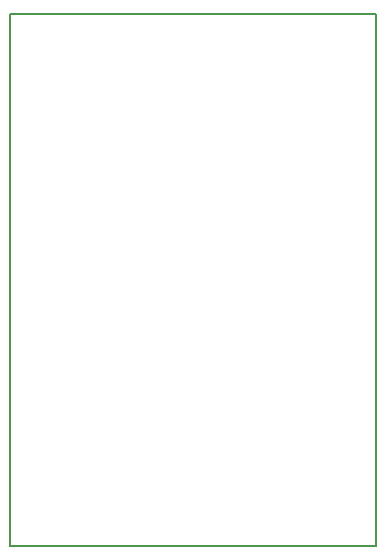
<source format=gbr>
G04 #@! TF.FileFunction,Legend,Bot*
%FSLAX46Y46*%
G04 Gerber Fmt 4.6, Leading zero omitted, Abs format (unit mm)*
G04 Created by KiCad (PCBNEW 4.0.2+dfsg1-stable) date Die 12 Sep 2017 09:23:44 CEST*
%MOMM*%
G01*
G04 APERTURE LIST*
%ADD10C,0.100000*%
%ADD11C,0.150000*%
G04 APERTURE END LIST*
D10*
D11*
X0Y0D02*
X0Y45000000D01*
X31000000Y0D02*
X0Y0D01*
X31000000Y45000000D02*
X31000000Y0D01*
X0Y45000000D02*
X31000000Y45000000D01*
M02*

</source>
